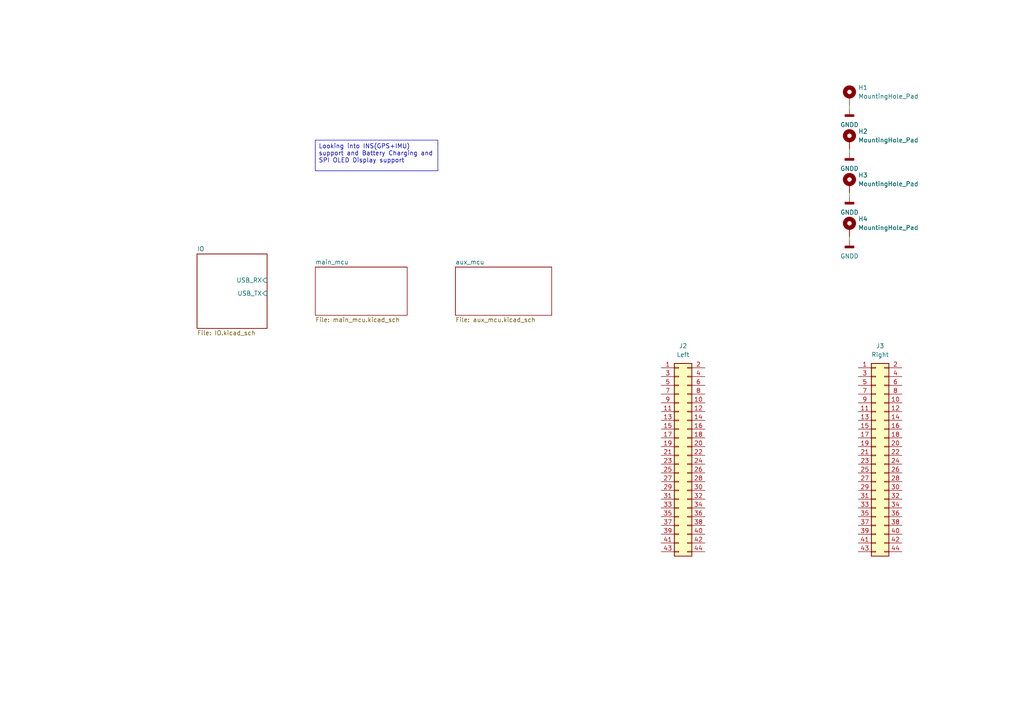
<source format=kicad_sch>
(kicad_sch
	(version 20250114)
	(generator "eeschema")
	(generator_version "9.0")
	(uuid "d0cd3d3b-d42f-4a0d-9317-17db4a7f672b")
	(paper "A4")
	(lib_symbols
		(symbol "Connector_Generic:Conn_02x22_Odd_Even"
			(pin_names
				(offset 1.016)
				(hide yes)
			)
			(exclude_from_sim no)
			(in_bom yes)
			(on_board yes)
			(property "Reference" "J"
				(at 1.27 27.94 0)
				(effects
					(font
						(size 1.27 1.27)
					)
				)
			)
			(property "Value" "Conn_02x22_Odd_Even"
				(at 1.27 -30.48 0)
				(effects
					(font
						(size 1.27 1.27)
					)
				)
			)
			(property "Footprint" ""
				(at 0 0 0)
				(effects
					(font
						(size 1.27 1.27)
					)
					(hide yes)
				)
			)
			(property "Datasheet" "~"
				(at 0 0 0)
				(effects
					(font
						(size 1.27 1.27)
					)
					(hide yes)
				)
			)
			(property "Description" "Generic connector, double row, 02x22, odd/even pin numbering scheme (row 1 odd numbers, row 2 even numbers), script generated (kicad-library-utils/schlib/autogen/connector/)"
				(at 0 0 0)
				(effects
					(font
						(size 1.27 1.27)
					)
					(hide yes)
				)
			)
			(property "ki_keywords" "connector"
				(at 0 0 0)
				(effects
					(font
						(size 1.27 1.27)
					)
					(hide yes)
				)
			)
			(property "ki_fp_filters" "Connector*:*_2x??_*"
				(at 0 0 0)
				(effects
					(font
						(size 1.27 1.27)
					)
					(hide yes)
				)
			)
			(symbol "Conn_02x22_Odd_Even_1_1"
				(rectangle
					(start -1.27 26.67)
					(end 3.81 -29.21)
					(stroke
						(width 0.254)
						(type default)
					)
					(fill
						(type background)
					)
				)
				(rectangle
					(start -1.27 25.527)
					(end 0 25.273)
					(stroke
						(width 0.1524)
						(type default)
					)
					(fill
						(type none)
					)
				)
				(rectangle
					(start -1.27 22.987)
					(end 0 22.733)
					(stroke
						(width 0.1524)
						(type default)
					)
					(fill
						(type none)
					)
				)
				(rectangle
					(start -1.27 20.447)
					(end 0 20.193)
					(stroke
						(width 0.1524)
						(type default)
					)
					(fill
						(type none)
					)
				)
				(rectangle
					(start -1.27 17.907)
					(end 0 17.653)
					(stroke
						(width 0.1524)
						(type default)
					)
					(fill
						(type none)
					)
				)
				(rectangle
					(start -1.27 15.367)
					(end 0 15.113)
					(stroke
						(width 0.1524)
						(type default)
					)
					(fill
						(type none)
					)
				)
				(rectangle
					(start -1.27 12.827)
					(end 0 12.573)
					(stroke
						(width 0.1524)
						(type default)
					)
					(fill
						(type none)
					)
				)
				(rectangle
					(start -1.27 10.287)
					(end 0 10.033)
					(stroke
						(width 0.1524)
						(type default)
					)
					(fill
						(type none)
					)
				)
				(rectangle
					(start -1.27 7.747)
					(end 0 7.493)
					(stroke
						(width 0.1524)
						(type default)
					)
					(fill
						(type none)
					)
				)
				(rectangle
					(start -1.27 5.207)
					(end 0 4.953)
					(stroke
						(width 0.1524)
						(type default)
					)
					(fill
						(type none)
					)
				)
				(rectangle
					(start -1.27 2.667)
					(end 0 2.413)
					(stroke
						(width 0.1524)
						(type default)
					)
					(fill
						(type none)
					)
				)
				(rectangle
					(start -1.27 0.127)
					(end 0 -0.127)
					(stroke
						(width 0.1524)
						(type default)
					)
					(fill
						(type none)
					)
				)
				(rectangle
					(start -1.27 -2.413)
					(end 0 -2.667)
					(stroke
						(width 0.1524)
						(type default)
					)
					(fill
						(type none)
					)
				)
				(rectangle
					(start -1.27 -4.953)
					(end 0 -5.207)
					(stroke
						(width 0.1524)
						(type default)
					)
					(fill
						(type none)
					)
				)
				(rectangle
					(start -1.27 -7.493)
					(end 0 -7.747)
					(stroke
						(width 0.1524)
						(type default)
					)
					(fill
						(type none)
					)
				)
				(rectangle
					(start -1.27 -10.033)
					(end 0 -10.287)
					(stroke
						(width 0.1524)
						(type default)
					)
					(fill
						(type none)
					)
				)
				(rectangle
					(start -1.27 -12.573)
					(end 0 -12.827)
					(stroke
						(width 0.1524)
						(type default)
					)
					(fill
						(type none)
					)
				)
				(rectangle
					(start -1.27 -15.113)
					(end 0 -15.367)
					(stroke
						(width 0.1524)
						(type default)
					)
					(fill
						(type none)
					)
				)
				(rectangle
					(start -1.27 -17.653)
					(end 0 -17.907)
					(stroke
						(width 0.1524)
						(type default)
					)
					(fill
						(type none)
					)
				)
				(rectangle
					(start -1.27 -20.193)
					(end 0 -20.447)
					(stroke
						(width 0.1524)
						(type default)
					)
					(fill
						(type none)
					)
				)
				(rectangle
					(start -1.27 -22.733)
					(end 0 -22.987)
					(stroke
						(width 0.1524)
						(type default)
					)
					(fill
						(type none)
					)
				)
				(rectangle
					(start -1.27 -25.273)
					(end 0 -25.527)
					(stroke
						(width 0.1524)
						(type default)
					)
					(fill
						(type none)
					)
				)
				(rectangle
					(start -1.27 -27.813)
					(end 0 -28.067)
					(stroke
						(width 0.1524)
						(type default)
					)
					(fill
						(type none)
					)
				)
				(rectangle
					(start 3.81 25.527)
					(end 2.54 25.273)
					(stroke
						(width 0.1524)
						(type default)
					)
					(fill
						(type none)
					)
				)
				(rectangle
					(start 3.81 22.987)
					(end 2.54 22.733)
					(stroke
						(width 0.1524)
						(type default)
					)
					(fill
						(type none)
					)
				)
				(rectangle
					(start 3.81 20.447)
					(end 2.54 20.193)
					(stroke
						(width 0.1524)
						(type default)
					)
					(fill
						(type none)
					)
				)
				(rectangle
					(start 3.81 17.907)
					(end 2.54 17.653)
					(stroke
						(width 0.1524)
						(type default)
					)
					(fill
						(type none)
					)
				)
				(rectangle
					(start 3.81 15.367)
					(end 2.54 15.113)
					(stroke
						(width 0.1524)
						(type default)
					)
					(fill
						(type none)
					)
				)
				(rectangle
					(start 3.81 12.827)
					(end 2.54 12.573)
					(stroke
						(width 0.1524)
						(type default)
					)
					(fill
						(type none)
					)
				)
				(rectangle
					(start 3.81 10.287)
					(end 2.54 10.033)
					(stroke
						(width 0.1524)
						(type default)
					)
					(fill
						(type none)
					)
				)
				(rectangle
					(start 3.81 7.747)
					(end 2.54 7.493)
					(stroke
						(width 0.1524)
						(type default)
					)
					(fill
						(type none)
					)
				)
				(rectangle
					(start 3.81 5.207)
					(end 2.54 4.953)
					(stroke
						(width 0.1524)
						(type default)
					)
					(fill
						(type none)
					)
				)
				(rectangle
					(start 3.81 2.667)
					(end 2.54 2.413)
					(stroke
						(width 0.1524)
						(type default)
					)
					(fill
						(type none)
					)
				)
				(rectangle
					(start 3.81 0.127)
					(end 2.54 -0.127)
					(stroke
						(width 0.1524)
						(type default)
					)
					(fill
						(type none)
					)
				)
				(rectangle
					(start 3.81 -2.413)
					(end 2.54 -2.667)
					(stroke
						(width 0.1524)
						(type default)
					)
					(fill
						(type none)
					)
				)
				(rectangle
					(start 3.81 -4.953)
					(end 2.54 -5.207)
					(stroke
						(width 0.1524)
						(type default)
					)
					(fill
						(type none)
					)
				)
				(rectangle
					(start 3.81 -7.493)
					(end 2.54 -7.747)
					(stroke
						(width 0.1524)
						(type default)
					)
					(fill
						(type none)
					)
				)
				(rectangle
					(start 3.81 -10.033)
					(end 2.54 -10.287)
					(stroke
						(width 0.1524)
						(type default)
					)
					(fill
						(type none)
					)
				)
				(rectangle
					(start 3.81 -12.573)
					(end 2.54 -12.827)
					(stroke
						(width 0.1524)
						(type default)
					)
					(fill
						(type none)
					)
				)
				(rectangle
					(start 3.81 -15.113)
					(end 2.54 -15.367)
					(stroke
						(width 0.1524)
						(type default)
					)
					(fill
						(type none)
					)
				)
				(rectangle
					(start 3.81 -17.653)
					(end 2.54 -17.907)
					(stroke
						(width 0.1524)
						(type default)
					)
					(fill
						(type none)
					)
				)
				(rectangle
					(start 3.81 -20.193)
					(end 2.54 -20.447)
					(stroke
						(width 0.1524)
						(type default)
					)
					(fill
						(type none)
					)
				)
				(rectangle
					(start 3.81 -22.733)
					(end 2.54 -22.987)
					(stroke
						(width 0.1524)
						(type default)
					)
					(fill
						(type none)
					)
				)
				(rectangle
					(start 3.81 -25.273)
					(end 2.54 -25.527)
					(stroke
						(width 0.1524)
						(type default)
					)
					(fill
						(type none)
					)
				)
				(rectangle
					(start 3.81 -27.813)
					(end 2.54 -28.067)
					(stroke
						(width 0.1524)
						(type default)
					)
					(fill
						(type none)
					)
				)
				(pin passive line
					(at -5.08 25.4 0)
					(length 3.81)
					(name "Pin_1"
						(effects
							(font
								(size 1.27 1.27)
							)
						)
					)
					(number "1"
						(effects
							(font
								(size 1.27 1.27)
							)
						)
					)
				)
				(pin passive line
					(at -5.08 22.86 0)
					(length 3.81)
					(name "Pin_3"
						(effects
							(font
								(size 1.27 1.27)
							)
						)
					)
					(number "3"
						(effects
							(font
								(size 1.27 1.27)
							)
						)
					)
				)
				(pin passive line
					(at -5.08 20.32 0)
					(length 3.81)
					(name "Pin_5"
						(effects
							(font
								(size 1.27 1.27)
							)
						)
					)
					(number "5"
						(effects
							(font
								(size 1.27 1.27)
							)
						)
					)
				)
				(pin passive line
					(at -5.08 17.78 0)
					(length 3.81)
					(name "Pin_7"
						(effects
							(font
								(size 1.27 1.27)
							)
						)
					)
					(number "7"
						(effects
							(font
								(size 1.27 1.27)
							)
						)
					)
				)
				(pin passive line
					(at -5.08 15.24 0)
					(length 3.81)
					(name "Pin_9"
						(effects
							(font
								(size 1.27 1.27)
							)
						)
					)
					(number "9"
						(effects
							(font
								(size 1.27 1.27)
							)
						)
					)
				)
				(pin passive line
					(at -5.08 12.7 0)
					(length 3.81)
					(name "Pin_11"
						(effects
							(font
								(size 1.27 1.27)
							)
						)
					)
					(number "11"
						(effects
							(font
								(size 1.27 1.27)
							)
						)
					)
				)
				(pin passive line
					(at -5.08 10.16 0)
					(length 3.81)
					(name "Pin_13"
						(effects
							(font
								(size 1.27 1.27)
							)
						)
					)
					(number "13"
						(effects
							(font
								(size 1.27 1.27)
							)
						)
					)
				)
				(pin passive line
					(at -5.08 7.62 0)
					(length 3.81)
					(name "Pin_15"
						(effects
							(font
								(size 1.27 1.27)
							)
						)
					)
					(number "15"
						(effects
							(font
								(size 1.27 1.27)
							)
						)
					)
				)
				(pin passive line
					(at -5.08 5.08 0)
					(length 3.81)
					(name "Pin_17"
						(effects
							(font
								(size 1.27 1.27)
							)
						)
					)
					(number "17"
						(effects
							(font
								(size 1.27 1.27)
							)
						)
					)
				)
				(pin passive line
					(at -5.08 2.54 0)
					(length 3.81)
					(name "Pin_19"
						(effects
							(font
								(size 1.27 1.27)
							)
						)
					)
					(number "19"
						(effects
							(font
								(size 1.27 1.27)
							)
						)
					)
				)
				(pin passive line
					(at -5.08 0 0)
					(length 3.81)
					(name "Pin_21"
						(effects
							(font
								(size 1.27 1.27)
							)
						)
					)
					(number "21"
						(effects
							(font
								(size 1.27 1.27)
							)
						)
					)
				)
				(pin passive line
					(at -5.08 -2.54 0)
					(length 3.81)
					(name "Pin_23"
						(effects
							(font
								(size 1.27 1.27)
							)
						)
					)
					(number "23"
						(effects
							(font
								(size 1.27 1.27)
							)
						)
					)
				)
				(pin passive line
					(at -5.08 -5.08 0)
					(length 3.81)
					(name "Pin_25"
						(effects
							(font
								(size 1.27 1.27)
							)
						)
					)
					(number "25"
						(effects
							(font
								(size 1.27 1.27)
							)
						)
					)
				)
				(pin passive line
					(at -5.08 -7.62 0)
					(length 3.81)
					(name "Pin_27"
						(effects
							(font
								(size 1.27 1.27)
							)
						)
					)
					(number "27"
						(effects
							(font
								(size 1.27 1.27)
							)
						)
					)
				)
				(pin passive line
					(at -5.08 -10.16 0)
					(length 3.81)
					(name "Pin_29"
						(effects
							(font
								(size 1.27 1.27)
							)
						)
					)
					(number "29"
						(effects
							(font
								(size 1.27 1.27)
							)
						)
					)
				)
				(pin passive line
					(at -5.08 -12.7 0)
					(length 3.81)
					(name "Pin_31"
						(effects
							(font
								(size 1.27 1.27)
							)
						)
					)
					(number "31"
						(effects
							(font
								(size 1.27 1.27)
							)
						)
					)
				)
				(pin passive line
					(at -5.08 -15.24 0)
					(length 3.81)
					(name "Pin_33"
						(effects
							(font
								(size 1.27 1.27)
							)
						)
					)
					(number "33"
						(effects
							(font
								(size 1.27 1.27)
							)
						)
					)
				)
				(pin passive line
					(at -5.08 -17.78 0)
					(length 3.81)
					(name "Pin_35"
						(effects
							(font
								(size 1.27 1.27)
							)
						)
					)
					(number "35"
						(effects
							(font
								(size 1.27 1.27)
							)
						)
					)
				)
				(pin passive line
					(at -5.08 -20.32 0)
					(length 3.81)
					(name "Pin_37"
						(effects
							(font
								(size 1.27 1.27)
							)
						)
					)
					(number "37"
						(effects
							(font
								(size 1.27 1.27)
							)
						)
					)
				)
				(pin passive line
					(at -5.08 -22.86 0)
					(length 3.81)
					(name "Pin_39"
						(effects
							(font
								(size 1.27 1.27)
							)
						)
					)
					(number "39"
						(effects
							(font
								(size 1.27 1.27)
							)
						)
					)
				)
				(pin passive line
					(at -5.08 -25.4 0)
					(length 3.81)
					(name "Pin_41"
						(effects
							(font
								(size 1.27 1.27)
							)
						)
					)
					(number "41"
						(effects
							(font
								(size 1.27 1.27)
							)
						)
					)
				)
				(pin passive line
					(at -5.08 -27.94 0)
					(length 3.81)
					(name "Pin_43"
						(effects
							(font
								(size 1.27 1.27)
							)
						)
					)
					(number "43"
						(effects
							(font
								(size 1.27 1.27)
							)
						)
					)
				)
				(pin passive line
					(at 7.62 25.4 180)
					(length 3.81)
					(name "Pin_2"
						(effects
							(font
								(size 1.27 1.27)
							)
						)
					)
					(number "2"
						(effects
							(font
								(size 1.27 1.27)
							)
						)
					)
				)
				(pin passive line
					(at 7.62 22.86 180)
					(length 3.81)
					(name "Pin_4"
						(effects
							(font
								(size 1.27 1.27)
							)
						)
					)
					(number "4"
						(effects
							(font
								(size 1.27 1.27)
							)
						)
					)
				)
				(pin passive line
					(at 7.62 20.32 180)
					(length 3.81)
					(name "Pin_6"
						(effects
							(font
								(size 1.27 1.27)
							)
						)
					)
					(number "6"
						(effects
							(font
								(size 1.27 1.27)
							)
						)
					)
				)
				(pin passive line
					(at 7.62 17.78 180)
					(length 3.81)
					(name "Pin_8"
						(effects
							(font
								(size 1.27 1.27)
							)
						)
					)
					(number "8"
						(effects
							(font
								(size 1.27 1.27)
							)
						)
					)
				)
				(pin passive line
					(at 7.62 15.24 180)
					(length 3.81)
					(name "Pin_10"
						(effects
							(font
								(size 1.27 1.27)
							)
						)
					)
					(number "10"
						(effects
							(font
								(size 1.27 1.27)
							)
						)
					)
				)
				(pin passive line
					(at 7.62 12.7 180)
					(length 3.81)
					(name "Pin_12"
						(effects
							(font
								(size 1.27 1.27)
							)
						)
					)
					(number "12"
						(effects
							(font
								(size 1.27 1.27)
							)
						)
					)
				)
				(pin passive line
					(at 7.62 10.16 180)
					(length 3.81)
					(name "Pin_14"
						(effects
							(font
								(size 1.27 1.27)
							)
						)
					)
					(number "14"
						(effects
							(font
								(size 1.27 1.27)
							)
						)
					)
				)
				(pin passive line
					(at 7.62 7.62 180)
					(length 3.81)
					(name "Pin_16"
						(effects
							(font
								(size 1.27 1.27)
							)
						)
					)
					(number "16"
						(effects
							(font
								(size 1.27 1.27)
							)
						)
					)
				)
				(pin passive line
					(at 7.62 5.08 180)
					(length 3.81)
					(name "Pin_18"
						(effects
							(font
								(size 1.27 1.27)
							)
						)
					)
					(number "18"
						(effects
							(font
								(size 1.27 1.27)
							)
						)
					)
				)
				(pin passive line
					(at 7.62 2.54 180)
					(length 3.81)
					(name "Pin_20"
						(effects
							(font
								(size 1.27 1.27)
							)
						)
					)
					(number "20"
						(effects
							(font
								(size 1.27 1.27)
							)
						)
					)
				)
				(pin passive line
					(at 7.62 0 180)
					(length 3.81)
					(name "Pin_22"
						(effects
							(font
								(size 1.27 1.27)
							)
						)
					)
					(number "22"
						(effects
							(font
								(size 1.27 1.27)
							)
						)
					)
				)
				(pin passive line
					(at 7.62 -2.54 180)
					(length 3.81)
					(name "Pin_24"
						(effects
							(font
								(size 1.27 1.27)
							)
						)
					)
					(number "24"
						(effects
							(font
								(size 1.27 1.27)
							)
						)
					)
				)
				(pin passive line
					(at 7.62 -5.08 180)
					(length 3.81)
					(name "Pin_26"
						(effects
							(font
								(size 1.27 1.27)
							)
						)
					)
					(number "26"
						(effects
							(font
								(size 1.27 1.27)
							)
						)
					)
				)
				(pin passive line
					(at 7.62 -7.62 180)
					(length 3.81)
					(name "Pin_28"
						(effects
							(font
								(size 1.27 1.27)
							)
						)
					)
					(number "28"
						(effects
							(font
								(size 1.27 1.27)
							)
						)
					)
				)
				(pin passive line
					(at 7.62 -10.16 180)
					(length 3.81)
					(name "Pin_30"
						(effects
							(font
								(size 1.27 1.27)
							)
						)
					)
					(number "30"
						(effects
							(font
								(size 1.27 1.27)
							)
						)
					)
				)
				(pin passive line
					(at 7.62 -12.7 180)
					(length 3.81)
					(name "Pin_32"
						(effects
							(font
								(size 1.27 1.27)
							)
						)
					)
					(number "32"
						(effects
							(font
								(size 1.27 1.27)
							)
						)
					)
				)
				(pin passive line
					(at 7.62 -15.24 180)
					(length 3.81)
					(name "Pin_34"
						(effects
							(font
								(size 1.27 1.27)
							)
						)
					)
					(number "34"
						(effects
							(font
								(size 1.27 1.27)
							)
						)
					)
				)
				(pin passive line
					(at 7.62 -17.78 180)
					(length 3.81)
					(name "Pin_36"
						(effects
							(font
								(size 1.27 1.27)
							)
						)
					)
					(number "36"
						(effects
							(font
								(size 1.27 1.27)
							)
						)
					)
				)
				(pin passive line
					(at 7.62 -20.32 180)
					(length 3.81)
					(name "Pin_38"
						(effects
							(font
								(size 1.27 1.27)
							)
						)
					)
					(number "38"
						(effects
							(font
								(size 1.27 1.27)
							)
						)
					)
				)
				(pin passive line
					(at 7.62 -22.86 180)
					(length 3.81)
					(name "Pin_40"
						(effects
							(font
								(size 1.27 1.27)
							)
						)
					)
					(number "40"
						(effects
							(font
								(size 1.27 1.27)
							)
						)
					)
				)
				(pin passive line
					(at 7.62 -25.4 180)
					(length 3.81)
					(name "Pin_42"
						(effects
							(font
								(size 1.27 1.27)
							)
						)
					)
					(number "42"
						(effects
							(font
								(size 1.27 1.27)
							)
						)
					)
				)
				(pin passive line
					(at 7.62 -27.94 180)
					(length 3.81)
					(name "Pin_44"
						(effects
							(font
								(size 1.27 1.27)
							)
						)
					)
					(number "44"
						(effects
							(font
								(size 1.27 1.27)
							)
						)
					)
				)
			)
			(embedded_fonts no)
		)
		(symbol "Mechanical:MountingHole_Pad"
			(pin_numbers
				(hide yes)
			)
			(pin_names
				(offset 1.016)
				(hide yes)
			)
			(exclude_from_sim no)
			(in_bom yes)
			(on_board yes)
			(property "Reference" "H"
				(at 0 6.35 0)
				(effects
					(font
						(size 1.27 1.27)
					)
				)
			)
			(property "Value" "MountingHole_Pad"
				(at 0 4.445 0)
				(effects
					(font
						(size 1.27 1.27)
					)
				)
			)
			(property "Footprint" ""
				(at 0 0 0)
				(effects
					(font
						(size 1.27 1.27)
					)
					(hide yes)
				)
			)
			(property "Datasheet" "~"
				(at 0 0 0)
				(effects
					(font
						(size 1.27 1.27)
					)
					(hide yes)
				)
			)
			(property "Description" "Mounting Hole with connection"
				(at 0 0 0)
				(effects
					(font
						(size 1.27 1.27)
					)
					(hide yes)
				)
			)
			(property "ki_keywords" "mounting hole"
				(at 0 0 0)
				(effects
					(font
						(size 1.27 1.27)
					)
					(hide yes)
				)
			)
			(property "ki_fp_filters" "MountingHole*Pad*"
				(at 0 0 0)
				(effects
					(font
						(size 1.27 1.27)
					)
					(hide yes)
				)
			)
			(symbol "MountingHole_Pad_0_1"
				(circle
					(center 0 1.27)
					(radius 1.27)
					(stroke
						(width 1.27)
						(type default)
					)
					(fill
						(type none)
					)
				)
			)
			(symbol "MountingHole_Pad_1_1"
				(pin input line
					(at 0 -2.54 90)
					(length 2.54)
					(name "1"
						(effects
							(font
								(size 1.27 1.27)
							)
						)
					)
					(number "1"
						(effects
							(font
								(size 1.27 1.27)
							)
						)
					)
				)
			)
			(embedded_fonts no)
		)
		(symbol "power:GNDD"
			(power)
			(pin_names
				(offset 0)
			)
			(exclude_from_sim no)
			(in_bom yes)
			(on_board yes)
			(property "Reference" "#PWR"
				(at 0 -6.35 0)
				(effects
					(font
						(size 1.27 1.27)
					)
					(hide yes)
				)
			)
			(property "Value" "GNDD"
				(at 0 -3.175 0)
				(effects
					(font
						(size 1.27 1.27)
					)
				)
			)
			(property "Footprint" ""
				(at 0 0 0)
				(effects
					(font
						(size 1.27 1.27)
					)
					(hide yes)
				)
			)
			(property "Datasheet" ""
				(at 0 0 0)
				(effects
					(font
						(size 1.27 1.27)
					)
					(hide yes)
				)
			)
			(property "Description" "Power symbol creates a global label with name \"GNDD\" , digital ground"
				(at 0 0 0)
				(effects
					(font
						(size 1.27 1.27)
					)
					(hide yes)
				)
			)
			(property "ki_keywords" "power-flag"
				(at 0 0 0)
				(effects
					(font
						(size 1.27 1.27)
					)
					(hide yes)
				)
			)
			(symbol "GNDD_0_1"
				(rectangle
					(start -1.27 -1.524)
					(end 1.27 -2.032)
					(stroke
						(width 0.254)
						(type default)
					)
					(fill
						(type outline)
					)
				)
				(polyline
					(pts
						(xy 0 0) (xy 0 -1.524)
					)
					(stroke
						(width 0)
						(type default)
					)
					(fill
						(type none)
					)
				)
			)
			(symbol "GNDD_1_1"
				(pin power_in line
					(at 0 0 270)
					(length 0)
					(hide yes)
					(name "GNDD"
						(effects
							(font
								(size 1.27 1.27)
							)
						)
					)
					(number "1"
						(effects
							(font
								(size 1.27 1.27)
							)
						)
					)
				)
			)
			(embedded_fonts no)
		)
	)
	(text_box "Looking into INS(GPS+IMU) support and Battery Charging and SPI OLED Display support"
		(exclude_from_sim no)
		(at 91.44 40.64 0)
		(size 35.56 8.89)
		(margins 0.9525 0.9525 0.9525 0.9525)
		(stroke
			(width 0)
			(type solid)
		)
		(fill
			(type none)
		)
		(effects
			(font
				(size 1.27 1.27)
			)
			(justify left top)
		)
		(uuid "eeb43b71-576b-4d6a-8e22-a74ddba3ccb6")
	)
	(wire
		(pts
			(xy 246.38 55.88) (xy 246.38 57.15)
		)
		(stroke
			(width 0)
			(type default)
		)
		(uuid "52db7e5d-93b7-4df0-8bdd-4189560be12c")
	)
	(wire
		(pts
			(xy 246.38 43.18) (xy 246.38 44.45)
		)
		(stroke
			(width 0)
			(type default)
		)
		(uuid "5b9ba039-d3b1-45d9-8d61-92b1e1fac5eb")
	)
	(wire
		(pts
			(xy 246.38 68.58) (xy 246.38 69.85)
		)
		(stroke
			(width 0)
			(type default)
		)
		(uuid "a2b76eba-fa8e-4b4a-bc0b-3e5a496e1f27")
	)
	(wire
		(pts
			(xy 246.38 30.48) (xy 246.38 31.75)
		)
		(stroke
			(width 0)
			(type default)
		)
		(uuid "ea54443f-ae6f-48a8-bf5c-92223c5648de")
	)
	(symbol
		(lib_id "power:GNDD")
		(at 246.38 57.15 0)
		(unit 1)
		(exclude_from_sim no)
		(in_bom yes)
		(on_board yes)
		(dnp no)
		(fields_autoplaced yes)
		(uuid "23530158-6953-43f4-bceb-e4dd9879af35")
		(property "Reference" "#PWR014"
			(at 246.38 63.5 0)
			(effects
				(font
					(size 1.27 1.27)
				)
				(hide yes)
			)
		)
		(property "Value" "GNDD"
			(at 246.38 61.595 0)
			(effects
				(font
					(size 1.27 1.27)
				)
			)
		)
		(property "Footprint" ""
			(at 246.38 57.15 0)
			(effects
				(font
					(size 1.27 1.27)
				)
				(hide yes)
			)
		)
		(property "Datasheet" ""
			(at 246.38 57.15 0)
			(effects
				(font
					(size 1.27 1.27)
				)
				(hide yes)
			)
		)
		(property "Description" ""
			(at 246.38 57.15 0)
			(effects
				(font
					(size 1.27 1.27)
				)
				(hide yes)
			)
		)
		(pin "1"
			(uuid "59eb0c80-03f7-48c7-b1b7-d720c8c8f51b")
		)
		(instances
			(project "DevEBox"
				(path "/d0cd3d3b-d42f-4a0d-9317-17db4a7f672b"
					(reference "#PWR014")
					(unit 1)
				)
			)
		)
	)
	(symbol
		(lib_id "Connector_Generic:Conn_02x22_Odd_Even")
		(at 196.85 132.08 0)
		(unit 1)
		(exclude_from_sim no)
		(in_bom yes)
		(on_board yes)
		(dnp no)
		(fields_autoplaced yes)
		(uuid "2be40b42-3f84-42b5-8656-30da05b912b3")
		(property "Reference" "J2"
			(at 198.12 100.33 0)
			(effects
				(font
					(size 1.27 1.27)
				)
			)
		)
		(property "Value" "Left"
			(at 198.12 102.87 0)
			(effects
				(font
					(size 1.27 1.27)
				)
			)
		)
		(property "Footprint" "Connector_PinHeader_2.54mm:PinHeader_2x22_P2.54mm_Vertical"
			(at 196.85 132.08 0)
			(effects
				(font
					(size 1.27 1.27)
				)
				(hide yes)
			)
		)
		(property "Datasheet" "~"
			(at 196.85 132.08 0)
			(effects
				(font
					(size 1.27 1.27)
				)
				(hide yes)
			)
		)
		(property "Description" ""
			(at 196.85 132.08 0)
			(effects
				(font
					(size 1.27 1.27)
				)
				(hide yes)
			)
		)
		(pin "1"
			(uuid "77c3535b-38e0-47a7-ac88-0c90fea85cff")
		)
		(pin "10"
			(uuid "3b7ed3f2-6b63-4f89-9cab-8e57e7855b57")
		)
		(pin "11"
			(uuid "1ad983ed-0f53-460a-bbc9-75ad9e3abaae")
		)
		(pin "12"
			(uuid "e2677189-2257-44d0-a93c-19c5740e5d34")
		)
		(pin "13"
			(uuid "f32ec03c-73af-48a8-b47c-6869307d7cf6")
		)
		(pin "14"
			(uuid "74070054-e0ad-4de8-928c-bc006a4e953c")
		)
		(pin "15"
			(uuid "e4ea98b5-1d9e-4362-be87-ae9811acb4a3")
		)
		(pin "16"
			(uuid "cf35cdec-81d7-45b6-9225-5592f21bed51")
		)
		(pin "17"
			(uuid "3ffd6ed1-8378-4e75-a33c-06a2bdad0d6c")
		)
		(pin "18"
			(uuid "1ff5abb3-55ab-419a-b208-2bd04ea46d31")
		)
		(pin "19"
			(uuid "0c7d22ff-1514-4b90-8554-46636feb6648")
		)
		(pin "2"
			(uuid "bd871e45-47dc-41b3-bac0-57ee9eca638e")
		)
		(pin "20"
			(uuid "47251b89-6df8-43d3-a244-d27892e4c4e8")
		)
		(pin "21"
			(uuid "49805386-0c62-4714-a4fb-18fc8227ac7b")
		)
		(pin "22"
			(uuid "7f2b06a4-4b33-44f7-b313-f717317e2cbd")
		)
		(pin "23"
			(uuid "adaba3e1-72c0-4c29-b4f9-f57c71c5c861")
		)
		(pin "24"
			(uuid "4dfb604c-eb74-47f7-9d0c-f7485919b4aa")
		)
		(pin "25"
			(uuid "85176ff8-3565-4730-9a01-982f54d8c257")
		)
		(pin "26"
			(uuid "2cabff26-b867-4d00-87dd-cc83a5f10b93")
		)
		(pin "27"
			(uuid "c6685c5f-e1a7-483c-ab92-ad6a77ec3943")
		)
		(pin "28"
			(uuid "05cd7fd0-af2b-4f33-96e6-95d27a7f0938")
		)
		(pin "29"
			(uuid "f2171961-b463-4882-921f-c32a5bab3f5d")
		)
		(pin "3"
			(uuid "ed6c68dc-fd0b-4c76-a16c-b09320383bb3")
		)
		(pin "30"
			(uuid "7eca0059-af21-48ae-b661-2d7fe94b1a1e")
		)
		(pin "31"
			(uuid "52e068d8-8645-4b9a-8630-b73a094be6e3")
		)
		(pin "32"
			(uuid "407c5aed-ed96-4157-b060-260fad6d4759")
		)
		(pin "33"
			(uuid "fec5fcff-bf8c-4a08-bfd9-9bf49eeb7877")
		)
		(pin "34"
			(uuid "4197c06b-75f9-4cd0-8b7c-65754b1a32b6")
		)
		(pin "35"
			(uuid "0b4a9529-e192-41a1-a0fb-44977b466e53")
		)
		(pin "36"
			(uuid "1ea58ed7-0efd-4ab4-89f5-8c530272fb52")
		)
		(pin "37"
			(uuid "69373d53-7b30-4dde-a5db-9b9acb3d5638")
		)
		(pin "38"
			(uuid "3a028ac3-4b52-418e-8ca9-d2b6570c2929")
		)
		(pin "39"
			(uuid "5ae73932-0e65-42ac-bbca-133f3bafc1d3")
		)
		(pin "4"
			(uuid "a0ef5236-d548-4f12-96d8-168854b180c0")
		)
		(pin "40"
			(uuid "ec1c8aff-2fc5-4304-aa10-06269af371b9")
		)
		(pin "41"
			(uuid "633bed4f-80ac-4cf7-b272-dcb2f33cd360")
		)
		(pin "42"
			(uuid "c9915353-d24a-46ce-ac3a-083aeb449ab0")
		)
		(pin "43"
			(uuid "7c9f3b2b-3efb-499f-a540-8faacbdb3678")
		)
		(pin "44"
			(uuid "4869f6d2-e3ba-4077-abf0-30e68e655e0d")
		)
		(pin "5"
			(uuid "5402feff-c9cd-4e68-b66a-13a03e4db59f")
		)
		(pin "6"
			(uuid "7165126f-c643-4dac-abf1-4ba7eb3889cf")
		)
		(pin "7"
			(uuid "00e9532c-18b8-4224-a6a5-65f4389fc048")
		)
		(pin "8"
			(uuid "ac387bc3-afd2-4bf2-a755-485cf8c31d2c")
		)
		(pin "9"
			(uuid "39b07aef-de0e-4146-acc3-53421179995e")
		)
		(instances
			(project "DevEBox"
				(path "/d0cd3d3b-d42f-4a0d-9317-17db4a7f672b"
					(reference "J2")
					(unit 1)
				)
			)
		)
	)
	(symbol
		(lib_id "Connector_Generic:Conn_02x22_Odd_Even")
		(at 254 132.08 0)
		(unit 1)
		(exclude_from_sim no)
		(in_bom yes)
		(on_board yes)
		(dnp no)
		(fields_autoplaced yes)
		(uuid "43c112ef-eb1a-41e6-910e-a8ead1826afd")
		(property "Reference" "J3"
			(at 255.27 100.33 0)
			(effects
				(font
					(size 1.27 1.27)
				)
			)
		)
		(property "Value" "Right"
			(at 255.27 102.87 0)
			(effects
				(font
					(size 1.27 1.27)
				)
			)
		)
		(property "Footprint" "Connector_PinHeader_2.54mm:PinHeader_2x22_P2.54mm_Vertical"
			(at 254 132.08 0)
			(effects
				(font
					(size 1.27 1.27)
				)
				(hide yes)
			)
		)
		(property "Datasheet" "~"
			(at 254 132.08 0)
			(effects
				(font
					(size 1.27 1.27)
				)
				(hide yes)
			)
		)
		(property "Description" ""
			(at 254 132.08 0)
			(effects
				(font
					(size 1.27 1.27)
				)
				(hide yes)
			)
		)
		(pin "1"
			(uuid "aba71276-1c75-4bd3-8486-f6abdba51c15")
		)
		(pin "10"
			(uuid "92fbc83f-da83-4342-8963-fd2aab121c72")
		)
		(pin "11"
			(uuid "74b9a914-b77a-4e0c-bd64-b1ea8fbf2850")
		)
		(pin "12"
			(uuid "2e33eaa3-84aa-4344-97fe-b24eaa54b670")
		)
		(pin "13"
			(uuid "bc97d0d5-4056-4fe6-b6a5-6e0d1208dbb1")
		)
		(pin "14"
			(uuid "d848b49c-6e2f-4106-a2a1-ee11ccb4c602")
		)
		(pin "15"
			(uuid "05878fe6-a0c8-466e-8214-fa0fc7697969")
		)
		(pin "16"
			(uuid "e49c58cd-8475-4965-9222-3ff7c9fe9d80")
		)
		(pin "17"
			(uuid "a3d74334-e49c-42f7-baed-80ee7563a11a")
		)
		(pin "18"
			(uuid "21889e08-c522-46f8-ba62-b4e356ef87d3")
		)
		(pin "19"
			(uuid "d5434340-7ebe-46c7-a11a-df7f674fb71e")
		)
		(pin "2"
			(uuid "17c1b19b-6e1f-4442-81d8-dc73faeb3491")
		)
		(pin "20"
			(uuid "7d0a034d-420e-47d3-a89c-d8d99ebddd85")
		)
		(pin "21"
			(uuid "ad6b4ec8-97ee-4a9d-a468-a91f5f0cc893")
		)
		(pin "22"
			(uuid "b821482e-1c60-4512-b9d2-03441400cdbf")
		)
		(pin "23"
			(uuid "29ec05b0-fbbf-45b2-a1bb-a883d0bd7d68")
		)
		(pin "24"
			(uuid "9c5dd3cb-081b-45b6-96d1-fefb34389b04")
		)
		(pin "25"
			(uuid "e836166a-187f-4902-b25f-98a98e435200")
		)
		(pin "26"
			(uuid "70146433-c752-48fa-86c3-2dc7a94e63f6")
		)
		(pin "27"
			(uuid "63fd6f6e-77ef-40c8-a908-c3fb8dd74d2e")
		)
		(pin "28"
			(uuid "7540c649-ad97-4285-a8b5-80e6bec09064")
		)
		(pin "29"
			(uuid "94378642-c305-4557-a03e-00599fa1b828")
		)
		(pin "3"
			(uuid "0caf989c-8625-4d0b-96e3-edbd5d5535b6")
		)
		(pin "30"
			(uuid "0c4041ec-0f96-45f6-99dd-ea36878a68ec")
		)
		(pin "31"
			(uuid "64ed3e7a-2ebe-46da-81ed-01e42a4b26ad")
		)
		(pin "32"
			(uuid "29d74e2a-635c-413b-8b0b-97ad962e5947")
		)
		(pin "33"
			(uuid "2877119d-4ed7-4fe7-b678-8cecd5bb7fd5")
		)
		(pin "34"
			(uuid "f2c04532-6393-431c-846a-3d9ea4721268")
		)
		(pin "35"
			(uuid "2379afb7-137c-4546-afae-c30c8db5aa2d")
		)
		(pin "36"
			(uuid "caf8887b-d699-46e4-a0b3-c12492566dbe")
		)
		(pin "37"
			(uuid "8b503a35-dc4e-47fd-a20b-b8c71c8da9f1")
		)
		(pin "38"
			(uuid "aab02763-49f9-4e61-a068-66ed41b9849a")
		)
		(pin "39"
			(uuid "8ba65a00-2bb1-4315-9bac-126e461a2613")
		)
		(pin "4"
			(uuid "bc7c6741-e21d-42d4-a1cb-0280a85dee89")
		)
		(pin "40"
			(uuid "cbe5f5af-c33e-4049-8911-d848f28b2e33")
		)
		(pin "41"
			(uuid "2dcef2ef-ed2a-4e68-8b48-b8cbab59b8c0")
		)
		(pin "42"
			(uuid "dd723943-4d25-44af-9e06-44073f6f8947")
		)
		(pin "43"
			(uuid "9dbcd1b8-c33d-40d9-8179-2bf95a0fd9c5")
		)
		(pin "44"
			(uuid "9375cd19-f81c-40e8-9188-28a58a93b43e")
		)
		(pin "5"
			(uuid "22965851-9c97-4631-8532-22bc6725e3e8")
		)
		(pin "6"
			(uuid "756d8c8b-aeb2-49bd-a0d3-dc668b206bb4")
		)
		(pin "7"
			(uuid "5de88973-1773-4aca-bd72-e302d33a1c42")
		)
		(pin "8"
			(uuid "30afdd3c-38f9-44c6-997c-20feb9932a5a")
		)
		(pin "9"
			(uuid "d4d1a1ad-a9c2-4d6a-883d-4cc240218b85")
		)
		(instances
			(project "DevEBox"
				(path "/d0cd3d3b-d42f-4a0d-9317-17db4a7f672b"
					(reference "J3")
					(unit 1)
				)
			)
		)
	)
	(symbol
		(lib_id "power:GNDD")
		(at 246.38 69.85 0)
		(unit 1)
		(exclude_from_sim no)
		(in_bom yes)
		(on_board yes)
		(dnp no)
		(fields_autoplaced yes)
		(uuid "789d1ed1-3f1e-4a91-ac13-00325f7702b3")
		(property "Reference" "#PWR015"
			(at 246.38 76.2 0)
			(effects
				(font
					(size 1.27 1.27)
				)
				(hide yes)
			)
		)
		(property "Value" "GNDD"
			(at 246.38 74.295 0)
			(effects
				(font
					(size 1.27 1.27)
				)
			)
		)
		(property "Footprint" ""
			(at 246.38 69.85 0)
			(effects
				(font
					(size 1.27 1.27)
				)
				(hide yes)
			)
		)
		(property "Datasheet" ""
			(at 246.38 69.85 0)
			(effects
				(font
					(size 1.27 1.27)
				)
				(hide yes)
			)
		)
		(property "Description" ""
			(at 246.38 69.85 0)
			(effects
				(font
					(size 1.27 1.27)
				)
				(hide yes)
			)
		)
		(pin "1"
			(uuid "a1e39646-adb0-44f8-bfe8-f8ea3e71e15a")
		)
		(instances
			(project "DevEBox"
				(path "/d0cd3d3b-d42f-4a0d-9317-17db4a7f672b"
					(reference "#PWR015")
					(unit 1)
				)
			)
		)
	)
	(symbol
		(lib_id "power:GNDD")
		(at 246.38 31.75 0)
		(unit 1)
		(exclude_from_sim no)
		(in_bom yes)
		(on_board yes)
		(dnp no)
		(fields_autoplaced yes)
		(uuid "79e0e11c-eb94-4690-b698-4d41f99675b6")
		(property "Reference" "#PWR012"
			(at 246.38 38.1 0)
			(effects
				(font
					(size 1.27 1.27)
				)
				(hide yes)
			)
		)
		(property "Value" "GNDD"
			(at 246.38 36.195 0)
			(effects
				(font
					(size 1.27 1.27)
				)
			)
		)
		(property "Footprint" ""
			(at 246.38 31.75 0)
			(effects
				(font
					(size 1.27 1.27)
				)
				(hide yes)
			)
		)
		(property "Datasheet" ""
			(at 246.38 31.75 0)
			(effects
				(font
					(size 1.27 1.27)
				)
				(hide yes)
			)
		)
		(property "Description" ""
			(at 246.38 31.75 0)
			(effects
				(font
					(size 1.27 1.27)
				)
				(hide yes)
			)
		)
		(pin "1"
			(uuid "8730470d-2a65-45f1-a832-03ba8ac29c80")
		)
		(instances
			(project "DevEBox"
				(path "/d0cd3d3b-d42f-4a0d-9317-17db4a7f672b"
					(reference "#PWR012")
					(unit 1)
				)
			)
		)
	)
	(symbol
		(lib_id "Mechanical:MountingHole_Pad")
		(at 246.38 40.64 0)
		(unit 1)
		(exclude_from_sim no)
		(in_bom yes)
		(on_board yes)
		(dnp no)
		(fields_autoplaced yes)
		(uuid "b3da68d6-4662-476a-982c-bedf81378530")
		(property "Reference" "H2"
			(at 248.92 38.0999 0)
			(effects
				(font
					(size 1.27 1.27)
				)
				(justify left)
			)
		)
		(property "Value" "MountingHole_Pad"
			(at 248.92 40.6399 0)
			(effects
				(font
					(size 1.27 1.27)
				)
				(justify left)
			)
		)
		(property "Footprint" "MountingHole:MountingHole_3mm_Pad"
			(at 246.38 40.64 0)
			(effects
				(font
					(size 1.27 1.27)
				)
				(hide yes)
			)
		)
		(property "Datasheet" "~"
			(at 246.38 40.64 0)
			(effects
				(font
					(size 1.27 1.27)
				)
				(hide yes)
			)
		)
		(property "Description" ""
			(at 246.38 40.64 0)
			(effects
				(font
					(size 1.27 1.27)
				)
				(hide yes)
			)
		)
		(pin "1"
			(uuid "286a786f-e4ef-402e-a266-a6c751837c95")
		)
		(instances
			(project "DevEBox"
				(path "/d0cd3d3b-d42f-4a0d-9317-17db4a7f672b"
					(reference "H2")
					(unit 1)
				)
			)
		)
	)
	(symbol
		(lib_id "Mechanical:MountingHole_Pad")
		(at 246.38 53.34 0)
		(unit 1)
		(exclude_from_sim no)
		(in_bom yes)
		(on_board yes)
		(dnp no)
		(fields_autoplaced yes)
		(uuid "ba0f5496-a1e5-451f-b731-c9363f74222b")
		(property "Reference" "H3"
			(at 248.92 50.7999 0)
			(effects
				(font
					(size 1.27 1.27)
				)
				(justify left)
			)
		)
		(property "Value" "MountingHole_Pad"
			(at 248.92 53.3399 0)
			(effects
				(font
					(size 1.27 1.27)
				)
				(justify left)
			)
		)
		(property "Footprint" "MountingHole:MountingHole_3mm_Pad"
			(at 246.38 53.34 0)
			(effects
				(font
					(size 1.27 1.27)
				)
				(hide yes)
			)
		)
		(property "Datasheet" "~"
			(at 246.38 53.34 0)
			(effects
				(font
					(size 1.27 1.27)
				)
				(hide yes)
			)
		)
		(property "Description" ""
			(at 246.38 53.34 0)
			(effects
				(font
					(size 1.27 1.27)
				)
				(hide yes)
			)
		)
		(pin "1"
			(uuid "b58e399d-f765-49e8-8b5d-07faf05bb27e")
		)
		(instances
			(project "DevEBox"
				(path "/d0cd3d3b-d42f-4a0d-9317-17db4a7f672b"
					(reference "H3")
					(unit 1)
				)
			)
		)
	)
	(symbol
		(lib_id "power:GNDD")
		(at 246.38 44.45 0)
		(unit 1)
		(exclude_from_sim no)
		(in_bom yes)
		(on_board yes)
		(dnp no)
		(fields_autoplaced yes)
		(uuid "bcff7297-45fe-49e9-b820-b2b58e74a791")
		(property "Reference" "#PWR013"
			(at 246.38 50.8 0)
			(effects
				(font
					(size 1.27 1.27)
				)
				(hide yes)
			)
		)
		(property "Value" "GNDD"
			(at 246.38 48.895 0)
			(effects
				(font
					(size 1.27 1.27)
				)
			)
		)
		(property "Footprint" ""
			(at 246.38 44.45 0)
			(effects
				(font
					(size 1.27 1.27)
				)
				(hide yes)
			)
		)
		(property "Datasheet" ""
			(at 246.38 44.45 0)
			(effects
				(font
					(size 1.27 1.27)
				)
				(hide yes)
			)
		)
		(property "Description" ""
			(at 246.38 44.45 0)
			(effects
				(font
					(size 1.27 1.27)
				)
				(hide yes)
			)
		)
		(pin "1"
			(uuid "238d7976-115c-4cf7-b82b-5e9e59fd416b")
		)
		(instances
			(project "DevEBox"
				(path "/d0cd3d3b-d42f-4a0d-9317-17db4a7f672b"
					(reference "#PWR013")
					(unit 1)
				)
			)
		)
	)
	(symbol
		(lib_id "Mechanical:MountingHole_Pad")
		(at 246.38 27.94 0)
		(unit 1)
		(exclude_from_sim no)
		(in_bom yes)
		(on_board yes)
		(dnp no)
		(fields_autoplaced yes)
		(uuid "c556347f-da52-4c66-b459-8a0a52e641cf")
		(property "Reference" "H1"
			(at 248.92 25.3999 0)
			(effects
				(font
					(size 1.27 1.27)
				)
				(justify left)
			)
		)
		(property "Value" "MountingHole_Pad"
			(at 248.92 27.9399 0)
			(effects
				(font
					(size 1.27 1.27)
				)
				(justify left)
			)
		)
		(property "Footprint" "MountingHole:MountingHole_3mm_Pad"
			(at 246.38 27.94 0)
			(effects
				(font
					(size 1.27 1.27)
				)
				(hide yes)
			)
		)
		(property "Datasheet" "~"
			(at 246.38 27.94 0)
			(effects
				(font
					(size 1.27 1.27)
				)
				(hide yes)
			)
		)
		(property "Description" ""
			(at 246.38 27.94 0)
			(effects
				(font
					(size 1.27 1.27)
				)
				(hide yes)
			)
		)
		(pin "1"
			(uuid "e773debd-85e5-44d9-8332-17f26d496f75")
		)
		(instances
			(project "DevEBox"
				(path "/d0cd3d3b-d42f-4a0d-9317-17db4a7f672b"
					(reference "H1")
					(unit 1)
				)
			)
		)
	)
	(symbol
		(lib_id "Mechanical:MountingHole_Pad")
		(at 246.38 66.04 0)
		(unit 1)
		(exclude_from_sim no)
		(in_bom yes)
		(on_board yes)
		(dnp no)
		(fields_autoplaced yes)
		(uuid "f5e2426f-bd1f-426e-81a3-a6c8395dc3a9")
		(property "Reference" "H4"
			(at 248.92 63.4999 0)
			(effects
				(font
					(size 1.27 1.27)
				)
				(justify left)
			)
		)
		(property "Value" "MountingHole_Pad"
			(at 248.92 66.0399 0)
			(effects
				(font
					(size 1.27 1.27)
				)
				(justify left)
			)
		)
		(property "Footprint" "MountingHole:MountingHole_3mm_Pad"
			(at 246.38 66.04 0)
			(effects
				(font
					(size 1.27 1.27)
				)
				(hide yes)
			)
		)
		(property "Datasheet" "~"
			(at 246.38 66.04 0)
			(effects
				(font
					(size 1.27 1.27)
				)
				(hide yes)
			)
		)
		(property "Description" ""
			(at 246.38 66.04 0)
			(effects
				(font
					(size 1.27 1.27)
				)
				(hide yes)
			)
		)
		(pin "1"
			(uuid "8c49d6bf-bcff-451f-8202-3f30497185d7")
		)
		(instances
			(project "DevEBox"
				(path "/d0cd3d3b-d42f-4a0d-9317-17db4a7f672b"
					(reference "H4")
					(unit 1)
				)
			)
		)
	)
	(sheet
		(at 91.44 77.47)
		(size 26.67 13.97)
		(exclude_from_sim no)
		(in_bom yes)
		(on_board yes)
		(dnp no)
		(fields_autoplaced yes)
		(stroke
			(width 0.1524)
			(type solid)
		)
		(fill
			(color 0 0 0 0.0000)
		)
		(uuid "51ed79d0-8ed5-4799-a7e9-1188522e14c9")
		(property "Sheetname" "main_mcu"
			(at 91.44 76.7584 0)
			(effects
				(font
					(size 1.27 1.27)
				)
				(justify left bottom)
			)
		)
		(property "Sheetfile" "main_mcu.kicad_sch"
			(at 91.44 92.0246 0)
			(effects
				(font
					(size 1.27 1.27)
				)
				(justify left top)
			)
		)
		(instances
			(project "dev_board"
				(path "/d0cd3d3b-d42f-4a0d-9317-17db4a7f672b"
					(page "1")
				)
			)
		)
	)
	(sheet
		(at 57.15 73.66)
		(size 20.32 21.59)
		(exclude_from_sim no)
		(in_bom yes)
		(on_board yes)
		(dnp no)
		(fields_autoplaced yes)
		(stroke
			(width 0.1524)
			(type solid)
		)
		(fill
			(color 0 0 0 0.0000)
		)
		(uuid "5f2588a7-c0bc-4980-8cb9-e0fc553a0935")
		(property "Sheetname" "IO"
			(at 57.15 72.9484 0)
			(effects
				(font
					(size 1.27 1.27)
				)
				(justify left bottom)
			)
		)
		(property "Sheetfile" "IO.kicad_sch"
			(at 57.15 95.8346 0)
			(effects
				(font
					(size 1.27 1.27)
				)
				(justify left top)
			)
		)
		(pin "USB_RX" input
			(at 77.47 81.28 0)
			(uuid "69729f3b-ea40-42a0-bb83-1665e5b47e6e")
			(effects
				(font
					(size 1.27 1.27)
				)
				(justify right)
			)
		)
		(pin "USB_TX" input
			(at 77.47 85.09 0)
			(uuid "32d5794d-42e6-4aeb-9e6e-dfdaa1031e94")
			(effects
				(font
					(size 1.27 1.27)
				)
				(justify right)
			)
		)
		(instances
			(project "dev_board"
				(path "/d0cd3d3b-d42f-4a0d-9317-17db4a7f672b"
					(page "3")
				)
			)
		)
	)
	(sheet
		(at 132.08 77.47)
		(size 27.94 13.97)
		(exclude_from_sim no)
		(in_bom yes)
		(on_board yes)
		(dnp no)
		(fields_autoplaced yes)
		(stroke
			(width 0.1524)
			(type solid)
		)
		(fill
			(color 0 0 0 0.0000)
		)
		(uuid "e3eae043-e512-4de9-8cd5-f98273f976f5")
		(property "Sheetname" "aux_mcu"
			(at 132.08 76.7584 0)
			(effects
				(font
					(size 1.27 1.27)
				)
				(justify left bottom)
			)
		)
		(property "Sheetfile" "aux_mcu.kicad_sch"
			(at 132.08 92.0246 0)
			(effects
				(font
					(size 1.27 1.27)
				)
				(justify left top)
			)
		)
		(instances
			(project "dev_board"
				(path "/d0cd3d3b-d42f-4a0d-9317-17db4a7f672b"
					(page "2")
				)
			)
		)
	)
	(sheet_instances
		(path "/"
			(page "0")
		)
	)
	(embedded_fonts no)
)

</source>
